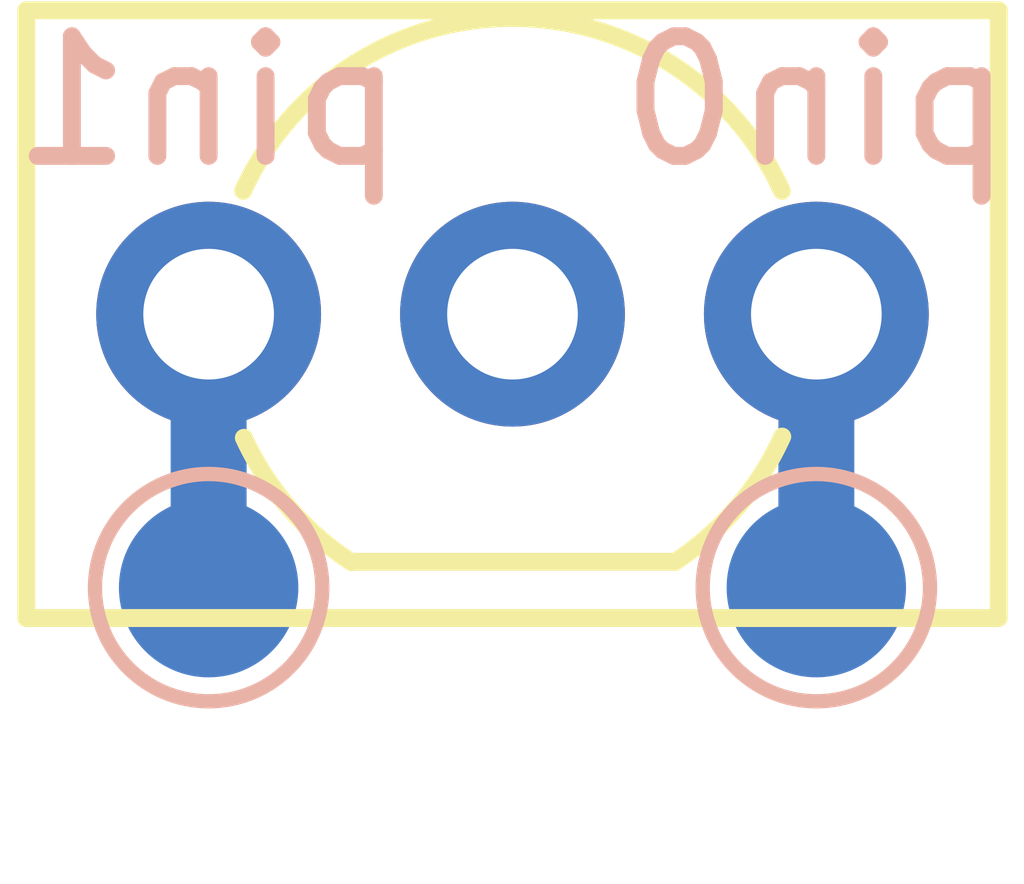
<source format=kicad_pcb>
(kicad_pcb (version 20171130) (host pcbnew "(5.1.9-0-10_14)")

  (general
    (thickness 1.6)
    (drawings 2)
    (tracks 2)
    (zones 0)
    (modules 3)
    (nets 4)
  )

  (page A4)
  (layers
    (0 F.Cu signal)
    (31 B.Cu signal)
    (32 B.Adhes user)
    (33 F.Adhes user)
    (34 B.Paste user)
    (35 F.Paste user)
    (36 B.SilkS user)
    (37 F.SilkS user)
    (38 B.Mask user)
    (39 F.Mask user)
    (40 Dwgs.User user)
    (41 Cmts.User user)
    (42 Eco1.User user)
    (43 Eco2.User user)
    (44 Edge.Cuts user)
    (45 Margin user)
    (46 B.CrtYd user hide)
    (47 F.CrtYd user hide)
    (48 B.Fab user hide)
    (49 F.Fab user hide)
  )

  (setup
    (last_trace_width 0.1524)
    (user_trace_width 0.1524)
    (user_trace_width 0.254)
    (user_trace_width 0.4064)
    (user_trace_width 0.635)
    (trace_clearance 0.1524)
    (zone_clearance 0.508)
    (zone_45_only no)
    (trace_min 0.1524)
    (via_size 0.6858)
    (via_drill 0.3048)
    (via_min_size 0.6858)
    (via_min_drill 0.3048)
    (uvia_size 0.3048)
    (uvia_drill 0.1524)
    (uvias_allowed no)
    (uvia_min_size 0.2)
    (uvia_min_drill 0.1)
    (edge_width 0.15)
    (segment_width 0.15)
    (pcb_text_width 0.3)
    (pcb_text_size 1.5 1.5)
    (mod_edge_width 0.15)
    (mod_text_size 1 1)
    (mod_text_width 0.15)
    (pad_size 1.524 1.524)
    (pad_drill 0.762)
    (pad_to_mask_clearance 0.2)
    (aux_axis_origin 0 0)
    (visible_elements FFFFFF7F)
    (pcbplotparams
      (layerselection 0x010fc_ffffffff)
      (usegerberextensions false)
      (usegerberattributes false)
      (usegerberadvancedattributes false)
      (creategerberjobfile false)
      (excludeedgelayer true)
      (linewidth 0.100000)
      (plotframeref false)
      (viasonmask false)
      (mode 1)
      (useauxorigin false)
      (hpglpennumber 1)
      (hpglpenspeed 20)
      (hpglpendiameter 15.000000)
      (psnegative false)
      (psa4output false)
      (plotreference true)
      (plotvalue true)
      (plotinvisibletext false)
      (padsonsilk false)
      (subtractmaskfromsilk false)
      (outputformat 1)
      (mirror false)
      (drillshape 1)
      (scaleselection 1)
      (outputdirectory ""))
  )

  (net 0 "")
  (net 1 "Net-(O1-Pad1)")
  (net 2 "Net-(O3-Pad1)")
  (net 3 +3V3)

  (net_class Default "This is the default net class."
    (clearance 0.1524)
    (trace_width 0.1524)
    (via_dia 0.6858)
    (via_drill 0.3048)
    (uvia_dia 0.3048)
    (uvia_drill 0.1524)
    (diff_pair_width 0.1524)
    (diff_pair_gap 0.1524)
    (add_net +3V3)
    (add_net "Net-(O1-Pad1)")
    (add_net "Net-(O3-Pad1)")
  )

  (module Switch_Thonk:SW_SPDT_Dailywell (layer F.Cu) (tedit 5FD26190) (tstamp 608ACBB9)
    (at 0 0 90)
    (path /5FD259E4)
    (fp_text reference SW1 (at 0 5.08 90) (layer F.SilkS) hide
      (effects (font (size 1 1) (thickness 0.15)))
    )
    (fp_text value SW_SPDT (at 0 -5.08 90) (layer F.Fab)
      (effects (font (size 1 1) (thickness 0.15)))
    )
    (fp_line (start -2.54 -4.064) (end 2.54 -4.064) (layer F.SilkS) (width 0.15))
    (fp_line (start -2.54 4.064) (end 2.54 4.064) (layer F.SilkS) (width 0.15))
    (fp_line (start -2.54 -4.064) (end -2.54 4.064) (layer F.SilkS) (width 0.15))
    (fp_line (start 2.54 -4.064) (end 2.54 4.064) (layer F.SilkS) (width 0.15))
    (fp_line (start -2.0701 -1.35128) (end -2.0701 1.35128) (layer F.SilkS) (width 0.15))
    (fp_arc (start 0 0) (end 2.4765 0) (angle -65.38985762) (layer F.SilkS) (width 0.15))
    (fp_arc (start 0 0) (end -1.033779 -2.245359) (angle -32.27419574) (layer F.SilkS) (width 0.15))
    (fp_arc (start 0 0) (end 2.4765 0) (angle 65.4) (layer F.SilkS) (width 0.15))
    (fp_arc (start 0 0) (end -2.070099 1.358899) (angle -32.3) (layer F.SilkS) (width 0.15))
    (pad 2 thru_hole circle (at 0 0 90) (size 1.8796 1.8796) (drill 1.0922) (layers *.Cu *.Mask)
      (net 3 +3V3))
    (pad 3 thru_hole circle (at 0 -2.54 90) (size 1.8796 1.8796) (drill 1.0922) (layers *.Cu *.Mask)
      (net 2 "Net-(O3-Pad1)"))
    (pad 1 thru_hole circle (at 0 2.54 90) (size 1.8796 1.8796) (drill 1.0922) (layers *.Cu *.Mask)
      (net 1 "Net-(O1-Pad1)"))
  )

  (module TestPoint:TestPoint_Pad_D1.5mm (layer B.Cu) (tedit 5A0F774F) (tstamp 60B93912)
    (at 2.54 2.286)
    (descr "SMD pad as test Point, diameter 1.5mm")
    (tags "test point SMD pad")
    (path /60B942BC)
    (attr virtual)
    (fp_text reference O1 (at 0 -4.064) (layer B.SilkS) hide
      (effects (font (size 1 1) (thickness 0.15)) (justify mirror))
    )
    (fp_text value TestPoint (at 0 -1.75) (layer B.Fab)
      (effects (font (size 1 1) (thickness 0.15)) (justify mirror))
    )
    (fp_circle (center 0 0) (end 1.25 0) (layer B.CrtYd) (width 0.05))
    (fp_circle (center 0 0) (end 0 -0.95) (layer B.SilkS) (width 0.12))
    (fp_text user %R (at 0 1.65) (layer B.Fab)
      (effects (font (size 1 1) (thickness 0.15)) (justify mirror))
    )
    (pad 1 smd circle (at 0 0) (size 1.5 1.5) (layers B.Cu B.Mask)
      (net 1 "Net-(O1-Pad1)"))
  )

  (module TestPoint:TestPoint_Pad_D1.5mm (layer B.Cu) (tedit 5A0F774F) (tstamp 60B93927)
    (at -2.54 2.286)
    (descr "SMD pad as test Point, diameter 1.5mm")
    (tags "test point SMD pad")
    (path /60B947FF)
    (attr virtual)
    (fp_text reference O3 (at 0 -4.064) (layer B.SilkS) hide
      (effects (font (size 1 1) (thickness 0.15)) (justify mirror))
    )
    (fp_text value TestPoint (at 0 -1.75) (layer B.Fab)
      (effects (font (size 1 1) (thickness 0.15)) (justify mirror))
    )
    (fp_circle (center 0 0) (end 0 -0.95) (layer B.SilkS) (width 0.12))
    (fp_circle (center 0 0) (end 1.25 0) (layer B.CrtYd) (width 0.05))
    (fp_text user %R (at 0 1.65) (layer B.Fab)
      (effects (font (size 1 1) (thickness 0.15)) (justify mirror))
    )
    (pad 1 smd circle (at 0 0) (size 1.5 1.5) (layers B.Cu B.Mask)
      (net 2 "Net-(O3-Pad1)"))
  )

  (gr_text pin0 (at 2.54 -1.778) (layer B.SilkS) (tstamp 60BA591C)
    (effects (font (size 1 1) (thickness 0.15)) (justify mirror))
  )
  (gr_text pin1 (at -2.54 -1.778) (layer B.SilkS)
    (effects (font (size 1 1) (thickness 0.15)) (justify mirror))
  )

  (segment (start 2.54 0) (end 2.54 2.286) (width 0.635) (layer B.Cu) (net 1))
  (segment (start -2.54 0) (end -2.54 2.286) (width 0.635) (layer B.Cu) (net 2))

)

</source>
